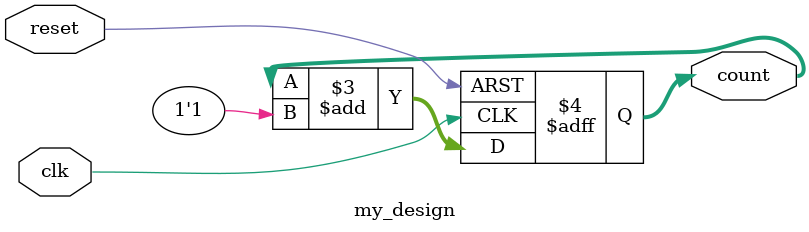
<source format=v>
`timescale 1ns / 1ps
module my_design (
    clk,
    reset,
    count
);
    input clk;
    input reset;
    output reg [7:0] count;

  always @(posedge clk or negedge reset) begin
    if (!reset) begin
      count <= 8'd0;
    end else begin
      count <= count + 1'b1;
    end
  end

  /**
  `ifdef COCOTB_SIM
    initial begin
        $dumpfile("my_design.vcd");
        $dumpvars(0, my_design); // Dumps all variables in the module
        #1; // Wait a little time for initial values to propagate
    end
  `endif
  **/
endmodule
</source>
